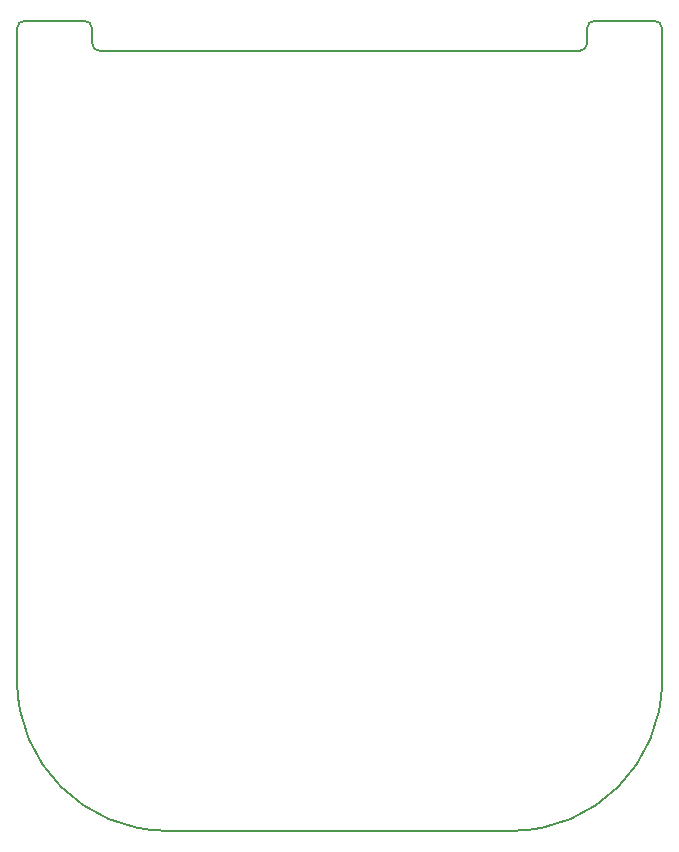
<source format=gm1>
G04 #@! TF.FileFunction,Profile,NP*
%FSLAX46Y46*%
G04 Gerber Fmt 4.6, Leading zero omitted, Abs format (unit mm)*
G04 Created by KiCad (PCBNEW 4.0.3-stable) date 11/17/16 00:27:15*
%MOMM*%
%LPD*%
G01*
G04 APERTURE LIST*
%ADD10C,0.100000*%
%ADD11C,0.150000*%
G04 APERTURE END LIST*
D10*
D11*
X118110000Y-162560000D02*
G75*
G03X130810000Y-149860000I0J12700000D01*
G01*
X76200000Y-149860000D02*
G75*
G03X88900000Y-162560000I12700000J0D01*
G01*
X130810000Y-94615000D02*
G75*
G03X130175000Y-93980000I-635000J0D01*
G01*
X124460000Y-94615000D02*
X124460000Y-95885000D01*
X123825000Y-96520000D02*
G75*
G03X124460000Y-95885000I0J635000D01*
G01*
X125095000Y-93980000D02*
G75*
G03X124460000Y-94615000I0J-635000D01*
G01*
X82550000Y-94615000D02*
X82550000Y-95885000D01*
X82550000Y-95885000D02*
G75*
G03X83185000Y-96520000I635000J0D01*
G01*
X82550000Y-94615000D02*
G75*
G03X81915000Y-93980000I-635000J0D01*
G01*
X76835000Y-93980000D02*
G75*
G03X76200000Y-94615000I0J-635000D01*
G01*
X130175000Y-93980000D02*
X125095000Y-93980000D01*
X76835000Y-93980000D02*
X81915000Y-93980000D01*
X83185000Y-96520000D02*
X123825000Y-96520000D01*
X118110000Y-162560000D02*
X88900000Y-162560000D01*
X130810000Y-94615000D02*
X130810000Y-149860000D01*
X76200000Y-94615000D02*
X76200000Y-149860000D01*
M02*

</source>
